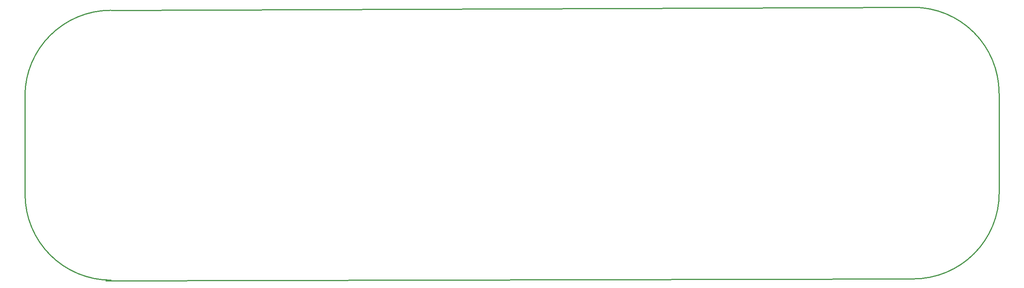
<source format=gko>
G04 Layer: BoardOutlineLayer*
G04 EasyEDA v6.4.32, 2022-03-07 19:42:49*
G04 6d175750cd924158a65b80fb6ee35e85,2ace594c3a204291bb7abb2ca186b691,10*
G04 Gerber Generator version 0.2*
G04 Scale: 100 percent, Rotated: No, Reflected: No *
G04 Dimensions in millimeters *
G04 leading zeros omitted , absolute positions ,4 integer and 5 decimal *
%FSLAX45Y45*%
%MOMM*%

%ADD10C,0.2540*%
D10*
X22237702Y4660902D02*
G01*
X22237702Y2460901D01*
X20326746Y552450D02*
G01*
X2482451Y514350D01*
X2600002Y6499999D02*
G01*
X20320000Y6565900D01*
X700001Y2400000D02*
G01*
X700001Y4600000D01*
G75*
G01*
X22237700Y2451100D02*
G02*
X20337699Y551099I-1899999J-3D01*
G75*
G01*
X20335199Y6563398D02*
G02*
X22235201Y4663399I3J-1899999D01*
G75*
G01*
X2600998Y523199D02*
G02*
X700999Y2423201I0J1899999D01*
G75*
G01*
X698500Y4597400D02*
G02*
X2598499Y6497399I1899999J0D01*

%LPD*%
M02*

</source>
